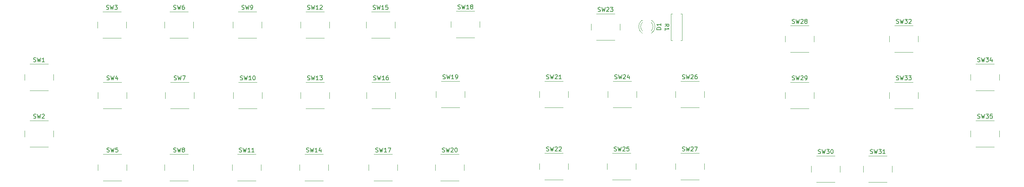
<source format=gbr>
G04 #@! TF.GenerationSoftware,KiCad,Pcbnew,(5.0.2)-1*
G04 #@! TF.CreationDate,2019-08-02T19:21:12-04:00*
G04 #@! TF.ProjectId,A-10C-UFC,412d3130-432d-4554-9643-2e6b69636164,1.2*
G04 #@! TF.SameCoordinates,Original*
G04 #@! TF.FileFunction,Legend,Top*
G04 #@! TF.FilePolarity,Positive*
%FSLAX46Y46*%
G04 Gerber Fmt 4.6, Leading zero omitted, Abs format (unit mm)*
G04 Created by KiCad (PCBNEW (5.0.2)-1) date 8/2/2019 7:21:12 PM*
%MOMM*%
%LPD*%
G01*
G04 APERTURE LIST*
%ADD10C,0.120000*%
%ADD11C,0.150000*%
G04 APERTURE END LIST*
D10*
G04 #@! TO.C,SW24*
X219729000Y-88471000D02*
X219729000Y-86971000D01*
X218479000Y-84471000D02*
X213979000Y-84471000D01*
X212729000Y-86971000D02*
X212729000Y-88471000D01*
X213979000Y-90971000D02*
X218479000Y-90971000D01*
G04 #@! TO.C,SW22*
X197342000Y-108624000D02*
X201842000Y-108624000D01*
X196092000Y-104624000D02*
X196092000Y-106124000D01*
X201842000Y-102124000D02*
X197342000Y-102124000D01*
X203092000Y-106124000D02*
X203092000Y-104624000D01*
G04 #@! TO.C,SW12*
X144799000Y-71453000D02*
X144799000Y-69953000D01*
X143549000Y-67453000D02*
X139049000Y-67453000D01*
X137799000Y-69953000D02*
X137799000Y-71453000D01*
X139049000Y-73953000D02*
X143549000Y-73953000D01*
G04 #@! TO.C,SW25*
X219602000Y-106124000D02*
X219602000Y-104624000D01*
X218352000Y-102124000D02*
X213852000Y-102124000D01*
X212602000Y-104624000D02*
X212602000Y-106124000D01*
X213852000Y-108624000D02*
X218352000Y-108624000D01*
G04 #@! TO.C,SW31*
X276336000Y-109259000D02*
X280836000Y-109259000D01*
X275086000Y-105259000D02*
X275086000Y-106759000D01*
X280836000Y-102759000D02*
X276336000Y-102759000D01*
X282086000Y-106759000D02*
X282086000Y-105259000D01*
G04 #@! TO.C,SW23*
X215665000Y-71961000D02*
X215665000Y-70461000D01*
X214415000Y-67961000D02*
X209915000Y-67961000D01*
X208665000Y-70461000D02*
X208665000Y-71961000D01*
X209915000Y-74461000D02*
X214415000Y-74461000D01*
G04 #@! TO.C,SW32*
X282686000Y-77382000D02*
X287186000Y-77382000D01*
X281436000Y-73382000D02*
X281436000Y-74882000D01*
X287186000Y-70882000D02*
X282686000Y-70882000D01*
X288436000Y-74882000D02*
X288436000Y-73382000D01*
G04 #@! TO.C,SW14*
X144545000Y-106378000D02*
X144545000Y-104878000D01*
X143295000Y-102378000D02*
X138795000Y-102378000D01*
X137545000Y-104878000D02*
X137545000Y-106378000D01*
X138795000Y-108878000D02*
X143295000Y-108878000D01*
G04 #@! TO.C,SW16*
X160928000Y-88725000D02*
X160928000Y-87225000D01*
X159678000Y-84725000D02*
X155178000Y-84725000D01*
X153928000Y-87225000D02*
X153928000Y-88725000D01*
X155178000Y-91225000D02*
X159678000Y-91225000D01*
G04 #@! TO.C,SW2*
X77489000Y-98123000D02*
X77489000Y-96623000D01*
X76239000Y-94123000D02*
X71739000Y-94123000D01*
X70489000Y-96623000D02*
X70489000Y-98123000D01*
X71739000Y-100623000D02*
X76239000Y-100623000D01*
G04 #@! TO.C,SW35*
X308248000Y-98123000D02*
X308248000Y-96623000D01*
X306998000Y-94123000D02*
X302498000Y-94123000D01*
X301248000Y-96623000D02*
X301248000Y-98123000D01*
X302498000Y-100623000D02*
X306998000Y-100623000D01*
G04 #@! TO.C,SW17*
X155686000Y-108878000D02*
X160186000Y-108878000D01*
X154436000Y-104878000D02*
X154436000Y-106378000D01*
X160186000Y-102378000D02*
X155686000Y-102378000D01*
X161436000Y-106378000D02*
X161436000Y-104878000D01*
G04 #@! TO.C,SW15*
X160801000Y-71453000D02*
X160801000Y-69953000D01*
X159551000Y-67453000D02*
X155051000Y-67453000D01*
X153801000Y-69953000D02*
X153801000Y-71453000D01*
X155051000Y-73953000D02*
X159551000Y-73953000D01*
G04 #@! TO.C,SW8*
X105902000Y-108878000D02*
X110402000Y-108878000D01*
X104652000Y-104878000D02*
X104652000Y-106378000D01*
X110402000Y-102378000D02*
X105902000Y-102378000D01*
X111652000Y-106378000D02*
X111652000Y-104878000D01*
G04 #@! TO.C,SW29*
X257286000Y-91225000D02*
X261786000Y-91225000D01*
X256036000Y-87225000D02*
X256036000Y-88725000D01*
X261786000Y-84725000D02*
X257286000Y-84725000D01*
X263036000Y-88725000D02*
X263036000Y-87225000D01*
G04 #@! TO.C,SW11*
X128162000Y-106378000D02*
X128162000Y-104878000D01*
X126912000Y-102378000D02*
X122412000Y-102378000D01*
X121162000Y-104878000D02*
X121162000Y-106378000D01*
X122412000Y-108878000D02*
X126912000Y-108878000D01*
G04 #@! TO.C,SW3*
X95269000Y-71453000D02*
X95269000Y-69953000D01*
X94019000Y-67453000D02*
X89519000Y-67453000D01*
X88269000Y-69953000D02*
X88269000Y-71453000D01*
X89519000Y-73953000D02*
X94019000Y-73953000D01*
G04 #@! TO.C,SW6*
X105902000Y-73953000D02*
X110402000Y-73953000D01*
X104652000Y-69953000D02*
X104652000Y-71453000D01*
X110402000Y-67453000D02*
X105902000Y-67453000D01*
X111652000Y-71453000D02*
X111652000Y-69953000D01*
G04 #@! TO.C,SW18*
X175752000Y-73826000D02*
X180252000Y-73826000D01*
X174502000Y-69826000D02*
X174502000Y-71326000D01*
X180252000Y-67326000D02*
X175752000Y-67326000D01*
X181502000Y-71326000D02*
X181502000Y-69826000D01*
G04 #@! TO.C,D1*
X223328608Y-72792335D02*
G75*
G03X223485516Y-69560000I-1078608J1672335D01*
G01*
X221171392Y-72792335D02*
G75*
G02X221014484Y-69560000I1078608J1672335D01*
G01*
X223329837Y-72161130D02*
G75*
G03X223330000Y-70079039I-1079837J1041130D01*
G01*
X221170163Y-72161130D02*
G75*
G02X221170000Y-70079039I1079837J1041130D01*
G01*
X223486000Y-69560000D02*
X223330000Y-69560000D01*
X221170000Y-69560000D02*
X221014000Y-69560000D01*
G04 #@! TO.C,SW19*
X172069000Y-90971000D02*
X176569000Y-90971000D01*
X170819000Y-86971000D02*
X170819000Y-88471000D01*
X176569000Y-84471000D02*
X172069000Y-84471000D01*
X177819000Y-88471000D02*
X177819000Y-86971000D01*
G04 #@! TO.C,SW33*
X282686000Y-91225000D02*
X287186000Y-91225000D01*
X281436000Y-87225000D02*
X281436000Y-88725000D01*
X287186000Y-84725000D02*
X282686000Y-84725000D01*
X288436000Y-88725000D02*
X288436000Y-87225000D01*
G04 #@! TO.C,SW20*
X171942000Y-108878000D02*
X176442000Y-108878000D01*
X170692000Y-104878000D02*
X170692000Y-106378000D01*
X176442000Y-102378000D02*
X171942000Y-102378000D01*
X177692000Y-106378000D02*
X177692000Y-104878000D01*
G04 #@! TO.C,SW7*
X106029000Y-91225000D02*
X110529000Y-91225000D01*
X104779000Y-87225000D02*
X104779000Y-88725000D01*
X110529000Y-84725000D02*
X106029000Y-84725000D01*
X111779000Y-88725000D02*
X111779000Y-87225000D01*
G04 #@! TO.C,SW30*
X263636000Y-109259000D02*
X268136000Y-109259000D01*
X262386000Y-105259000D02*
X262386000Y-106759000D01*
X268136000Y-102759000D02*
X263636000Y-102759000D01*
X269386000Y-106759000D02*
X269386000Y-105259000D01*
G04 #@! TO.C,SW13*
X144799000Y-88725000D02*
X144799000Y-87225000D01*
X143549000Y-84725000D02*
X139049000Y-84725000D01*
X137799000Y-87225000D02*
X137799000Y-88725000D01*
X139049000Y-91225000D02*
X143549000Y-91225000D01*
G04 #@! TO.C,SW10*
X122666000Y-91225000D02*
X127166000Y-91225000D01*
X121416000Y-87225000D02*
X121416000Y-88725000D01*
X127166000Y-84725000D02*
X122666000Y-84725000D01*
X128416000Y-88725000D02*
X128416000Y-87225000D01*
G04 #@! TO.C,SW27*
X236239000Y-106124000D02*
X236239000Y-104624000D01*
X234989000Y-102124000D02*
X230489000Y-102124000D01*
X229239000Y-104624000D02*
X229239000Y-106124000D01*
X230489000Y-108624000D02*
X234989000Y-108624000D01*
G04 #@! TO.C,SW9*
X122539000Y-73953000D02*
X127039000Y-73953000D01*
X121289000Y-69953000D02*
X121289000Y-71453000D01*
X127039000Y-67453000D02*
X122539000Y-67453000D01*
X128289000Y-71453000D02*
X128289000Y-69953000D01*
G04 #@! TO.C,SW34*
X308248000Y-84280000D02*
X308248000Y-82780000D01*
X306998000Y-80280000D02*
X302498000Y-80280000D01*
X301248000Y-82780000D02*
X301248000Y-84280000D01*
X302498000Y-86780000D02*
X306998000Y-86780000D01*
G04 #@! TO.C,R1*
X228449000Y-74517000D02*
X228119000Y-74517000D01*
X228119000Y-74517000D02*
X228119000Y-67977000D01*
X228119000Y-67977000D02*
X228449000Y-67977000D01*
X230529000Y-74517000D02*
X230859000Y-74517000D01*
X230859000Y-74517000D02*
X230859000Y-67977000D01*
X230859000Y-67977000D02*
X230529000Y-67977000D01*
G04 #@! TO.C,SW5*
X89646000Y-108878000D02*
X94146000Y-108878000D01*
X88396000Y-104878000D02*
X88396000Y-106378000D01*
X94146000Y-102378000D02*
X89646000Y-102378000D01*
X95396000Y-106378000D02*
X95396000Y-104878000D01*
G04 #@! TO.C,SW28*
X257286000Y-77382000D02*
X261786000Y-77382000D01*
X256036000Y-73382000D02*
X256036000Y-74882000D01*
X261786000Y-70882000D02*
X257286000Y-70882000D01*
X263036000Y-74882000D02*
X263036000Y-73382000D01*
G04 #@! TO.C,SW21*
X197342000Y-90971000D02*
X201842000Y-90971000D01*
X196092000Y-86971000D02*
X196092000Y-88471000D01*
X201842000Y-84471000D02*
X197342000Y-84471000D01*
X203092000Y-88471000D02*
X203092000Y-86971000D01*
G04 #@! TO.C,SW1*
X77489000Y-84280000D02*
X77489000Y-82780000D01*
X76239000Y-80280000D02*
X71739000Y-80280000D01*
X70489000Y-82780000D02*
X70489000Y-84280000D01*
X71739000Y-86780000D02*
X76239000Y-86780000D01*
G04 #@! TO.C,SW4*
X95396000Y-88725000D02*
X95396000Y-87225000D01*
X94146000Y-84725000D02*
X89646000Y-84725000D01*
X88396000Y-87225000D02*
X88396000Y-88725000D01*
X89646000Y-91225000D02*
X94146000Y-91225000D01*
G04 #@! TO.C,SW26*
X236239000Y-88471000D02*
X236239000Y-86971000D01*
X234989000Y-84471000D02*
X230489000Y-84471000D01*
X229239000Y-86971000D02*
X229239000Y-88471000D01*
X230489000Y-90971000D02*
X234989000Y-90971000D01*
G04 #@! TO.C,SW24*
D11*
X214419476Y-83875761D02*
X214562333Y-83923380D01*
X214800428Y-83923380D01*
X214895666Y-83875761D01*
X214943285Y-83828142D01*
X214990904Y-83732904D01*
X214990904Y-83637666D01*
X214943285Y-83542428D01*
X214895666Y-83494809D01*
X214800428Y-83447190D01*
X214609952Y-83399571D01*
X214514714Y-83351952D01*
X214467095Y-83304333D01*
X214419476Y-83209095D01*
X214419476Y-83113857D01*
X214467095Y-83018619D01*
X214514714Y-82971000D01*
X214609952Y-82923380D01*
X214848047Y-82923380D01*
X214990904Y-82971000D01*
X215324238Y-82923380D02*
X215562333Y-83923380D01*
X215752809Y-83209095D01*
X215943285Y-83923380D01*
X216181380Y-82923380D01*
X216514714Y-83018619D02*
X216562333Y-82971000D01*
X216657571Y-82923380D01*
X216895666Y-82923380D01*
X216990904Y-82971000D01*
X217038523Y-83018619D01*
X217086142Y-83113857D01*
X217086142Y-83209095D01*
X217038523Y-83351952D01*
X216467095Y-83923380D01*
X217086142Y-83923380D01*
X217943285Y-83256714D02*
X217943285Y-83923380D01*
X217705190Y-82875761D02*
X217467095Y-83590047D01*
X218086142Y-83590047D01*
G04 #@! TO.C,SW22*
X197782476Y-101528761D02*
X197925333Y-101576380D01*
X198163428Y-101576380D01*
X198258666Y-101528761D01*
X198306285Y-101481142D01*
X198353904Y-101385904D01*
X198353904Y-101290666D01*
X198306285Y-101195428D01*
X198258666Y-101147809D01*
X198163428Y-101100190D01*
X197972952Y-101052571D01*
X197877714Y-101004952D01*
X197830095Y-100957333D01*
X197782476Y-100862095D01*
X197782476Y-100766857D01*
X197830095Y-100671619D01*
X197877714Y-100624000D01*
X197972952Y-100576380D01*
X198211047Y-100576380D01*
X198353904Y-100624000D01*
X198687238Y-100576380D02*
X198925333Y-101576380D01*
X199115809Y-100862095D01*
X199306285Y-101576380D01*
X199544380Y-100576380D01*
X199877714Y-100671619D02*
X199925333Y-100624000D01*
X200020571Y-100576380D01*
X200258666Y-100576380D01*
X200353904Y-100624000D01*
X200401523Y-100671619D01*
X200449142Y-100766857D01*
X200449142Y-100862095D01*
X200401523Y-101004952D01*
X199830095Y-101576380D01*
X200449142Y-101576380D01*
X200830095Y-100671619D02*
X200877714Y-100624000D01*
X200972952Y-100576380D01*
X201211047Y-100576380D01*
X201306285Y-100624000D01*
X201353904Y-100671619D01*
X201401523Y-100766857D01*
X201401523Y-100862095D01*
X201353904Y-101004952D01*
X200782476Y-101576380D01*
X201401523Y-101576380D01*
G04 #@! TO.C,SW12*
X139489476Y-66857761D02*
X139632333Y-66905380D01*
X139870428Y-66905380D01*
X139965666Y-66857761D01*
X140013285Y-66810142D01*
X140060904Y-66714904D01*
X140060904Y-66619666D01*
X140013285Y-66524428D01*
X139965666Y-66476809D01*
X139870428Y-66429190D01*
X139679952Y-66381571D01*
X139584714Y-66333952D01*
X139537095Y-66286333D01*
X139489476Y-66191095D01*
X139489476Y-66095857D01*
X139537095Y-66000619D01*
X139584714Y-65953000D01*
X139679952Y-65905380D01*
X139918047Y-65905380D01*
X140060904Y-65953000D01*
X140394238Y-65905380D02*
X140632333Y-66905380D01*
X140822809Y-66191095D01*
X141013285Y-66905380D01*
X141251380Y-65905380D01*
X142156142Y-66905380D02*
X141584714Y-66905380D01*
X141870428Y-66905380D02*
X141870428Y-65905380D01*
X141775190Y-66048238D01*
X141679952Y-66143476D01*
X141584714Y-66191095D01*
X142537095Y-66000619D02*
X142584714Y-65953000D01*
X142679952Y-65905380D01*
X142918047Y-65905380D01*
X143013285Y-65953000D01*
X143060904Y-66000619D01*
X143108523Y-66095857D01*
X143108523Y-66191095D01*
X143060904Y-66333952D01*
X142489476Y-66905380D01*
X143108523Y-66905380D01*
G04 #@! TO.C,SW25*
X214292476Y-101528761D02*
X214435333Y-101576380D01*
X214673428Y-101576380D01*
X214768666Y-101528761D01*
X214816285Y-101481142D01*
X214863904Y-101385904D01*
X214863904Y-101290666D01*
X214816285Y-101195428D01*
X214768666Y-101147809D01*
X214673428Y-101100190D01*
X214482952Y-101052571D01*
X214387714Y-101004952D01*
X214340095Y-100957333D01*
X214292476Y-100862095D01*
X214292476Y-100766857D01*
X214340095Y-100671619D01*
X214387714Y-100624000D01*
X214482952Y-100576380D01*
X214721047Y-100576380D01*
X214863904Y-100624000D01*
X215197238Y-100576380D02*
X215435333Y-101576380D01*
X215625809Y-100862095D01*
X215816285Y-101576380D01*
X216054380Y-100576380D01*
X216387714Y-100671619D02*
X216435333Y-100624000D01*
X216530571Y-100576380D01*
X216768666Y-100576380D01*
X216863904Y-100624000D01*
X216911523Y-100671619D01*
X216959142Y-100766857D01*
X216959142Y-100862095D01*
X216911523Y-101004952D01*
X216340095Y-101576380D01*
X216959142Y-101576380D01*
X217863904Y-100576380D02*
X217387714Y-100576380D01*
X217340095Y-101052571D01*
X217387714Y-101004952D01*
X217482952Y-100957333D01*
X217721047Y-100957333D01*
X217816285Y-101004952D01*
X217863904Y-101052571D01*
X217911523Y-101147809D01*
X217911523Y-101385904D01*
X217863904Y-101481142D01*
X217816285Y-101528761D01*
X217721047Y-101576380D01*
X217482952Y-101576380D01*
X217387714Y-101528761D01*
X217340095Y-101481142D01*
G04 #@! TO.C,SW31*
X276776476Y-102163761D02*
X276919333Y-102211380D01*
X277157428Y-102211380D01*
X277252666Y-102163761D01*
X277300285Y-102116142D01*
X277347904Y-102020904D01*
X277347904Y-101925666D01*
X277300285Y-101830428D01*
X277252666Y-101782809D01*
X277157428Y-101735190D01*
X276966952Y-101687571D01*
X276871714Y-101639952D01*
X276824095Y-101592333D01*
X276776476Y-101497095D01*
X276776476Y-101401857D01*
X276824095Y-101306619D01*
X276871714Y-101259000D01*
X276966952Y-101211380D01*
X277205047Y-101211380D01*
X277347904Y-101259000D01*
X277681238Y-101211380D02*
X277919333Y-102211380D01*
X278109809Y-101497095D01*
X278300285Y-102211380D01*
X278538380Y-101211380D01*
X278824095Y-101211380D02*
X279443142Y-101211380D01*
X279109809Y-101592333D01*
X279252666Y-101592333D01*
X279347904Y-101639952D01*
X279395523Y-101687571D01*
X279443142Y-101782809D01*
X279443142Y-102020904D01*
X279395523Y-102116142D01*
X279347904Y-102163761D01*
X279252666Y-102211380D01*
X278966952Y-102211380D01*
X278871714Y-102163761D01*
X278824095Y-102116142D01*
X280395523Y-102211380D02*
X279824095Y-102211380D01*
X280109809Y-102211380D02*
X280109809Y-101211380D01*
X280014571Y-101354238D01*
X279919333Y-101449476D01*
X279824095Y-101497095D01*
G04 #@! TO.C,SW23*
X210355476Y-67365761D02*
X210498333Y-67413380D01*
X210736428Y-67413380D01*
X210831666Y-67365761D01*
X210879285Y-67318142D01*
X210926904Y-67222904D01*
X210926904Y-67127666D01*
X210879285Y-67032428D01*
X210831666Y-66984809D01*
X210736428Y-66937190D01*
X210545952Y-66889571D01*
X210450714Y-66841952D01*
X210403095Y-66794333D01*
X210355476Y-66699095D01*
X210355476Y-66603857D01*
X210403095Y-66508619D01*
X210450714Y-66461000D01*
X210545952Y-66413380D01*
X210784047Y-66413380D01*
X210926904Y-66461000D01*
X211260238Y-66413380D02*
X211498333Y-67413380D01*
X211688809Y-66699095D01*
X211879285Y-67413380D01*
X212117380Y-66413380D01*
X212450714Y-66508619D02*
X212498333Y-66461000D01*
X212593571Y-66413380D01*
X212831666Y-66413380D01*
X212926904Y-66461000D01*
X212974523Y-66508619D01*
X213022142Y-66603857D01*
X213022142Y-66699095D01*
X212974523Y-66841952D01*
X212403095Y-67413380D01*
X213022142Y-67413380D01*
X213355476Y-66413380D02*
X213974523Y-66413380D01*
X213641190Y-66794333D01*
X213784047Y-66794333D01*
X213879285Y-66841952D01*
X213926904Y-66889571D01*
X213974523Y-66984809D01*
X213974523Y-67222904D01*
X213926904Y-67318142D01*
X213879285Y-67365761D01*
X213784047Y-67413380D01*
X213498333Y-67413380D01*
X213403095Y-67365761D01*
X213355476Y-67318142D01*
G04 #@! TO.C,SW32*
X283126476Y-70286761D02*
X283269333Y-70334380D01*
X283507428Y-70334380D01*
X283602666Y-70286761D01*
X283650285Y-70239142D01*
X283697904Y-70143904D01*
X283697904Y-70048666D01*
X283650285Y-69953428D01*
X283602666Y-69905809D01*
X283507428Y-69858190D01*
X283316952Y-69810571D01*
X283221714Y-69762952D01*
X283174095Y-69715333D01*
X283126476Y-69620095D01*
X283126476Y-69524857D01*
X283174095Y-69429619D01*
X283221714Y-69382000D01*
X283316952Y-69334380D01*
X283555047Y-69334380D01*
X283697904Y-69382000D01*
X284031238Y-69334380D02*
X284269333Y-70334380D01*
X284459809Y-69620095D01*
X284650285Y-70334380D01*
X284888380Y-69334380D01*
X285174095Y-69334380D02*
X285793142Y-69334380D01*
X285459809Y-69715333D01*
X285602666Y-69715333D01*
X285697904Y-69762952D01*
X285745523Y-69810571D01*
X285793142Y-69905809D01*
X285793142Y-70143904D01*
X285745523Y-70239142D01*
X285697904Y-70286761D01*
X285602666Y-70334380D01*
X285316952Y-70334380D01*
X285221714Y-70286761D01*
X285174095Y-70239142D01*
X286174095Y-69429619D02*
X286221714Y-69382000D01*
X286316952Y-69334380D01*
X286555047Y-69334380D01*
X286650285Y-69382000D01*
X286697904Y-69429619D01*
X286745523Y-69524857D01*
X286745523Y-69620095D01*
X286697904Y-69762952D01*
X286126476Y-70334380D01*
X286745523Y-70334380D01*
G04 #@! TO.C,SW14*
X139235476Y-101782761D02*
X139378333Y-101830380D01*
X139616428Y-101830380D01*
X139711666Y-101782761D01*
X139759285Y-101735142D01*
X139806904Y-101639904D01*
X139806904Y-101544666D01*
X139759285Y-101449428D01*
X139711666Y-101401809D01*
X139616428Y-101354190D01*
X139425952Y-101306571D01*
X139330714Y-101258952D01*
X139283095Y-101211333D01*
X139235476Y-101116095D01*
X139235476Y-101020857D01*
X139283095Y-100925619D01*
X139330714Y-100878000D01*
X139425952Y-100830380D01*
X139664047Y-100830380D01*
X139806904Y-100878000D01*
X140140238Y-100830380D02*
X140378333Y-101830380D01*
X140568809Y-101116095D01*
X140759285Y-101830380D01*
X140997380Y-100830380D01*
X141902142Y-101830380D02*
X141330714Y-101830380D01*
X141616428Y-101830380D02*
X141616428Y-100830380D01*
X141521190Y-100973238D01*
X141425952Y-101068476D01*
X141330714Y-101116095D01*
X142759285Y-101163714D02*
X142759285Y-101830380D01*
X142521190Y-100782761D02*
X142283095Y-101497047D01*
X142902142Y-101497047D01*
G04 #@! TO.C,SW16*
X155618476Y-84129761D02*
X155761333Y-84177380D01*
X155999428Y-84177380D01*
X156094666Y-84129761D01*
X156142285Y-84082142D01*
X156189904Y-83986904D01*
X156189904Y-83891666D01*
X156142285Y-83796428D01*
X156094666Y-83748809D01*
X155999428Y-83701190D01*
X155808952Y-83653571D01*
X155713714Y-83605952D01*
X155666095Y-83558333D01*
X155618476Y-83463095D01*
X155618476Y-83367857D01*
X155666095Y-83272619D01*
X155713714Y-83225000D01*
X155808952Y-83177380D01*
X156047047Y-83177380D01*
X156189904Y-83225000D01*
X156523238Y-83177380D02*
X156761333Y-84177380D01*
X156951809Y-83463095D01*
X157142285Y-84177380D01*
X157380380Y-83177380D01*
X158285142Y-84177380D02*
X157713714Y-84177380D01*
X157999428Y-84177380D02*
X157999428Y-83177380D01*
X157904190Y-83320238D01*
X157808952Y-83415476D01*
X157713714Y-83463095D01*
X159142285Y-83177380D02*
X158951809Y-83177380D01*
X158856571Y-83225000D01*
X158808952Y-83272619D01*
X158713714Y-83415476D01*
X158666095Y-83605952D01*
X158666095Y-83986904D01*
X158713714Y-84082142D01*
X158761333Y-84129761D01*
X158856571Y-84177380D01*
X159047047Y-84177380D01*
X159142285Y-84129761D01*
X159189904Y-84082142D01*
X159237523Y-83986904D01*
X159237523Y-83748809D01*
X159189904Y-83653571D01*
X159142285Y-83605952D01*
X159047047Y-83558333D01*
X158856571Y-83558333D01*
X158761333Y-83605952D01*
X158713714Y-83653571D01*
X158666095Y-83748809D01*
G04 #@! TO.C,SW2*
X72655666Y-93527761D02*
X72798523Y-93575380D01*
X73036619Y-93575380D01*
X73131857Y-93527761D01*
X73179476Y-93480142D01*
X73227095Y-93384904D01*
X73227095Y-93289666D01*
X73179476Y-93194428D01*
X73131857Y-93146809D01*
X73036619Y-93099190D01*
X72846142Y-93051571D01*
X72750904Y-93003952D01*
X72703285Y-92956333D01*
X72655666Y-92861095D01*
X72655666Y-92765857D01*
X72703285Y-92670619D01*
X72750904Y-92623000D01*
X72846142Y-92575380D01*
X73084238Y-92575380D01*
X73227095Y-92623000D01*
X73560428Y-92575380D02*
X73798523Y-93575380D01*
X73989000Y-92861095D01*
X74179476Y-93575380D01*
X74417571Y-92575380D01*
X74750904Y-92670619D02*
X74798523Y-92623000D01*
X74893761Y-92575380D01*
X75131857Y-92575380D01*
X75227095Y-92623000D01*
X75274714Y-92670619D01*
X75322333Y-92765857D01*
X75322333Y-92861095D01*
X75274714Y-93003952D01*
X74703285Y-93575380D01*
X75322333Y-93575380D01*
G04 #@! TO.C,SW35*
X302938476Y-93527761D02*
X303081333Y-93575380D01*
X303319428Y-93575380D01*
X303414666Y-93527761D01*
X303462285Y-93480142D01*
X303509904Y-93384904D01*
X303509904Y-93289666D01*
X303462285Y-93194428D01*
X303414666Y-93146809D01*
X303319428Y-93099190D01*
X303128952Y-93051571D01*
X303033714Y-93003952D01*
X302986095Y-92956333D01*
X302938476Y-92861095D01*
X302938476Y-92765857D01*
X302986095Y-92670619D01*
X303033714Y-92623000D01*
X303128952Y-92575380D01*
X303367047Y-92575380D01*
X303509904Y-92623000D01*
X303843238Y-92575380D02*
X304081333Y-93575380D01*
X304271809Y-92861095D01*
X304462285Y-93575380D01*
X304700380Y-92575380D01*
X304986095Y-92575380D02*
X305605142Y-92575380D01*
X305271809Y-92956333D01*
X305414666Y-92956333D01*
X305509904Y-93003952D01*
X305557523Y-93051571D01*
X305605142Y-93146809D01*
X305605142Y-93384904D01*
X305557523Y-93480142D01*
X305509904Y-93527761D01*
X305414666Y-93575380D01*
X305128952Y-93575380D01*
X305033714Y-93527761D01*
X304986095Y-93480142D01*
X306509904Y-92575380D02*
X306033714Y-92575380D01*
X305986095Y-93051571D01*
X306033714Y-93003952D01*
X306128952Y-92956333D01*
X306367047Y-92956333D01*
X306462285Y-93003952D01*
X306509904Y-93051571D01*
X306557523Y-93146809D01*
X306557523Y-93384904D01*
X306509904Y-93480142D01*
X306462285Y-93527761D01*
X306367047Y-93575380D01*
X306128952Y-93575380D01*
X306033714Y-93527761D01*
X305986095Y-93480142D01*
G04 #@! TO.C,SW17*
X156126476Y-101782761D02*
X156269333Y-101830380D01*
X156507428Y-101830380D01*
X156602666Y-101782761D01*
X156650285Y-101735142D01*
X156697904Y-101639904D01*
X156697904Y-101544666D01*
X156650285Y-101449428D01*
X156602666Y-101401809D01*
X156507428Y-101354190D01*
X156316952Y-101306571D01*
X156221714Y-101258952D01*
X156174095Y-101211333D01*
X156126476Y-101116095D01*
X156126476Y-101020857D01*
X156174095Y-100925619D01*
X156221714Y-100878000D01*
X156316952Y-100830380D01*
X156555047Y-100830380D01*
X156697904Y-100878000D01*
X157031238Y-100830380D02*
X157269333Y-101830380D01*
X157459809Y-101116095D01*
X157650285Y-101830380D01*
X157888380Y-100830380D01*
X158793142Y-101830380D02*
X158221714Y-101830380D01*
X158507428Y-101830380D02*
X158507428Y-100830380D01*
X158412190Y-100973238D01*
X158316952Y-101068476D01*
X158221714Y-101116095D01*
X159126476Y-100830380D02*
X159793142Y-100830380D01*
X159364571Y-101830380D01*
G04 #@! TO.C,SW15*
X155491476Y-66857761D02*
X155634333Y-66905380D01*
X155872428Y-66905380D01*
X155967666Y-66857761D01*
X156015285Y-66810142D01*
X156062904Y-66714904D01*
X156062904Y-66619666D01*
X156015285Y-66524428D01*
X155967666Y-66476809D01*
X155872428Y-66429190D01*
X155681952Y-66381571D01*
X155586714Y-66333952D01*
X155539095Y-66286333D01*
X155491476Y-66191095D01*
X155491476Y-66095857D01*
X155539095Y-66000619D01*
X155586714Y-65953000D01*
X155681952Y-65905380D01*
X155920047Y-65905380D01*
X156062904Y-65953000D01*
X156396238Y-65905380D02*
X156634333Y-66905380D01*
X156824809Y-66191095D01*
X157015285Y-66905380D01*
X157253380Y-65905380D01*
X158158142Y-66905380D02*
X157586714Y-66905380D01*
X157872428Y-66905380D02*
X157872428Y-65905380D01*
X157777190Y-66048238D01*
X157681952Y-66143476D01*
X157586714Y-66191095D01*
X159062904Y-65905380D02*
X158586714Y-65905380D01*
X158539095Y-66381571D01*
X158586714Y-66333952D01*
X158681952Y-66286333D01*
X158920047Y-66286333D01*
X159015285Y-66333952D01*
X159062904Y-66381571D01*
X159110523Y-66476809D01*
X159110523Y-66714904D01*
X159062904Y-66810142D01*
X159015285Y-66857761D01*
X158920047Y-66905380D01*
X158681952Y-66905380D01*
X158586714Y-66857761D01*
X158539095Y-66810142D01*
G04 #@! TO.C,SW8*
X106818666Y-101782761D02*
X106961523Y-101830380D01*
X107199619Y-101830380D01*
X107294857Y-101782761D01*
X107342476Y-101735142D01*
X107390095Y-101639904D01*
X107390095Y-101544666D01*
X107342476Y-101449428D01*
X107294857Y-101401809D01*
X107199619Y-101354190D01*
X107009142Y-101306571D01*
X106913904Y-101258952D01*
X106866285Y-101211333D01*
X106818666Y-101116095D01*
X106818666Y-101020857D01*
X106866285Y-100925619D01*
X106913904Y-100878000D01*
X107009142Y-100830380D01*
X107247238Y-100830380D01*
X107390095Y-100878000D01*
X107723428Y-100830380D02*
X107961523Y-101830380D01*
X108152000Y-101116095D01*
X108342476Y-101830380D01*
X108580571Y-100830380D01*
X109104380Y-101258952D02*
X109009142Y-101211333D01*
X108961523Y-101163714D01*
X108913904Y-101068476D01*
X108913904Y-101020857D01*
X108961523Y-100925619D01*
X109009142Y-100878000D01*
X109104380Y-100830380D01*
X109294857Y-100830380D01*
X109390095Y-100878000D01*
X109437714Y-100925619D01*
X109485333Y-101020857D01*
X109485333Y-101068476D01*
X109437714Y-101163714D01*
X109390095Y-101211333D01*
X109294857Y-101258952D01*
X109104380Y-101258952D01*
X109009142Y-101306571D01*
X108961523Y-101354190D01*
X108913904Y-101449428D01*
X108913904Y-101639904D01*
X108961523Y-101735142D01*
X109009142Y-101782761D01*
X109104380Y-101830380D01*
X109294857Y-101830380D01*
X109390095Y-101782761D01*
X109437714Y-101735142D01*
X109485333Y-101639904D01*
X109485333Y-101449428D01*
X109437714Y-101354190D01*
X109390095Y-101306571D01*
X109294857Y-101258952D01*
G04 #@! TO.C,SW29*
X257726476Y-84129761D02*
X257869333Y-84177380D01*
X258107428Y-84177380D01*
X258202666Y-84129761D01*
X258250285Y-84082142D01*
X258297904Y-83986904D01*
X258297904Y-83891666D01*
X258250285Y-83796428D01*
X258202666Y-83748809D01*
X258107428Y-83701190D01*
X257916952Y-83653571D01*
X257821714Y-83605952D01*
X257774095Y-83558333D01*
X257726476Y-83463095D01*
X257726476Y-83367857D01*
X257774095Y-83272619D01*
X257821714Y-83225000D01*
X257916952Y-83177380D01*
X258155047Y-83177380D01*
X258297904Y-83225000D01*
X258631238Y-83177380D02*
X258869333Y-84177380D01*
X259059809Y-83463095D01*
X259250285Y-84177380D01*
X259488380Y-83177380D01*
X259821714Y-83272619D02*
X259869333Y-83225000D01*
X259964571Y-83177380D01*
X260202666Y-83177380D01*
X260297904Y-83225000D01*
X260345523Y-83272619D01*
X260393142Y-83367857D01*
X260393142Y-83463095D01*
X260345523Y-83605952D01*
X259774095Y-84177380D01*
X260393142Y-84177380D01*
X260869333Y-84177380D02*
X261059809Y-84177380D01*
X261155047Y-84129761D01*
X261202666Y-84082142D01*
X261297904Y-83939285D01*
X261345523Y-83748809D01*
X261345523Y-83367857D01*
X261297904Y-83272619D01*
X261250285Y-83225000D01*
X261155047Y-83177380D01*
X260964571Y-83177380D01*
X260869333Y-83225000D01*
X260821714Y-83272619D01*
X260774095Y-83367857D01*
X260774095Y-83605952D01*
X260821714Y-83701190D01*
X260869333Y-83748809D01*
X260964571Y-83796428D01*
X261155047Y-83796428D01*
X261250285Y-83748809D01*
X261297904Y-83701190D01*
X261345523Y-83605952D01*
G04 #@! TO.C,SW11*
X122852476Y-101782761D02*
X122995333Y-101830380D01*
X123233428Y-101830380D01*
X123328666Y-101782761D01*
X123376285Y-101735142D01*
X123423904Y-101639904D01*
X123423904Y-101544666D01*
X123376285Y-101449428D01*
X123328666Y-101401809D01*
X123233428Y-101354190D01*
X123042952Y-101306571D01*
X122947714Y-101258952D01*
X122900095Y-101211333D01*
X122852476Y-101116095D01*
X122852476Y-101020857D01*
X122900095Y-100925619D01*
X122947714Y-100878000D01*
X123042952Y-100830380D01*
X123281047Y-100830380D01*
X123423904Y-100878000D01*
X123757238Y-100830380D02*
X123995333Y-101830380D01*
X124185809Y-101116095D01*
X124376285Y-101830380D01*
X124614380Y-100830380D01*
X125519142Y-101830380D02*
X124947714Y-101830380D01*
X125233428Y-101830380D02*
X125233428Y-100830380D01*
X125138190Y-100973238D01*
X125042952Y-101068476D01*
X124947714Y-101116095D01*
X126471523Y-101830380D02*
X125900095Y-101830380D01*
X126185809Y-101830380D02*
X126185809Y-100830380D01*
X126090571Y-100973238D01*
X125995333Y-101068476D01*
X125900095Y-101116095D01*
G04 #@! TO.C,SW3*
X90435666Y-66857761D02*
X90578523Y-66905380D01*
X90816619Y-66905380D01*
X90911857Y-66857761D01*
X90959476Y-66810142D01*
X91007095Y-66714904D01*
X91007095Y-66619666D01*
X90959476Y-66524428D01*
X90911857Y-66476809D01*
X90816619Y-66429190D01*
X90626142Y-66381571D01*
X90530904Y-66333952D01*
X90483285Y-66286333D01*
X90435666Y-66191095D01*
X90435666Y-66095857D01*
X90483285Y-66000619D01*
X90530904Y-65953000D01*
X90626142Y-65905380D01*
X90864238Y-65905380D01*
X91007095Y-65953000D01*
X91340428Y-65905380D02*
X91578523Y-66905380D01*
X91769000Y-66191095D01*
X91959476Y-66905380D01*
X92197571Y-65905380D01*
X92483285Y-65905380D02*
X93102333Y-65905380D01*
X92769000Y-66286333D01*
X92911857Y-66286333D01*
X93007095Y-66333952D01*
X93054714Y-66381571D01*
X93102333Y-66476809D01*
X93102333Y-66714904D01*
X93054714Y-66810142D01*
X93007095Y-66857761D01*
X92911857Y-66905380D01*
X92626142Y-66905380D01*
X92530904Y-66857761D01*
X92483285Y-66810142D01*
G04 #@! TO.C,SW6*
X106818666Y-66857761D02*
X106961523Y-66905380D01*
X107199619Y-66905380D01*
X107294857Y-66857761D01*
X107342476Y-66810142D01*
X107390095Y-66714904D01*
X107390095Y-66619666D01*
X107342476Y-66524428D01*
X107294857Y-66476809D01*
X107199619Y-66429190D01*
X107009142Y-66381571D01*
X106913904Y-66333952D01*
X106866285Y-66286333D01*
X106818666Y-66191095D01*
X106818666Y-66095857D01*
X106866285Y-66000619D01*
X106913904Y-65953000D01*
X107009142Y-65905380D01*
X107247238Y-65905380D01*
X107390095Y-65953000D01*
X107723428Y-65905380D02*
X107961523Y-66905380D01*
X108152000Y-66191095D01*
X108342476Y-66905380D01*
X108580571Y-65905380D01*
X109390095Y-65905380D02*
X109199619Y-65905380D01*
X109104380Y-65953000D01*
X109056761Y-66000619D01*
X108961523Y-66143476D01*
X108913904Y-66333952D01*
X108913904Y-66714904D01*
X108961523Y-66810142D01*
X109009142Y-66857761D01*
X109104380Y-66905380D01*
X109294857Y-66905380D01*
X109390095Y-66857761D01*
X109437714Y-66810142D01*
X109485333Y-66714904D01*
X109485333Y-66476809D01*
X109437714Y-66381571D01*
X109390095Y-66333952D01*
X109294857Y-66286333D01*
X109104380Y-66286333D01*
X109009142Y-66333952D01*
X108961523Y-66381571D01*
X108913904Y-66476809D01*
G04 #@! TO.C,SW18*
X176192476Y-66730761D02*
X176335333Y-66778380D01*
X176573428Y-66778380D01*
X176668666Y-66730761D01*
X176716285Y-66683142D01*
X176763904Y-66587904D01*
X176763904Y-66492666D01*
X176716285Y-66397428D01*
X176668666Y-66349809D01*
X176573428Y-66302190D01*
X176382952Y-66254571D01*
X176287714Y-66206952D01*
X176240095Y-66159333D01*
X176192476Y-66064095D01*
X176192476Y-65968857D01*
X176240095Y-65873619D01*
X176287714Y-65826000D01*
X176382952Y-65778380D01*
X176621047Y-65778380D01*
X176763904Y-65826000D01*
X177097238Y-65778380D02*
X177335333Y-66778380D01*
X177525809Y-66064095D01*
X177716285Y-66778380D01*
X177954380Y-65778380D01*
X178859142Y-66778380D02*
X178287714Y-66778380D01*
X178573428Y-66778380D02*
X178573428Y-65778380D01*
X178478190Y-65921238D01*
X178382952Y-66016476D01*
X178287714Y-66064095D01*
X179430571Y-66206952D02*
X179335333Y-66159333D01*
X179287714Y-66111714D01*
X179240095Y-66016476D01*
X179240095Y-65968857D01*
X179287714Y-65873619D01*
X179335333Y-65826000D01*
X179430571Y-65778380D01*
X179621047Y-65778380D01*
X179716285Y-65826000D01*
X179763904Y-65873619D01*
X179811523Y-65968857D01*
X179811523Y-66016476D01*
X179763904Y-66111714D01*
X179716285Y-66159333D01*
X179621047Y-66206952D01*
X179430571Y-66206952D01*
X179335333Y-66254571D01*
X179287714Y-66302190D01*
X179240095Y-66397428D01*
X179240095Y-66587904D01*
X179287714Y-66683142D01*
X179335333Y-66730761D01*
X179430571Y-66778380D01*
X179621047Y-66778380D01*
X179716285Y-66730761D01*
X179763904Y-66683142D01*
X179811523Y-66587904D01*
X179811523Y-66397428D01*
X179763904Y-66302190D01*
X179716285Y-66254571D01*
X179621047Y-66206952D01*
G04 #@! TO.C,D1*
X225662380Y-71858095D02*
X224662380Y-71858095D01*
X224662380Y-71620000D01*
X224710000Y-71477142D01*
X224805238Y-71381904D01*
X224900476Y-71334285D01*
X225090952Y-71286666D01*
X225233809Y-71286666D01*
X225424285Y-71334285D01*
X225519523Y-71381904D01*
X225614761Y-71477142D01*
X225662380Y-71620000D01*
X225662380Y-71858095D01*
X225662380Y-70334285D02*
X225662380Y-70905714D01*
X225662380Y-70620000D02*
X224662380Y-70620000D01*
X224805238Y-70715238D01*
X224900476Y-70810476D01*
X224948095Y-70905714D01*
G04 #@! TO.C,SW19*
X172509476Y-83875761D02*
X172652333Y-83923380D01*
X172890428Y-83923380D01*
X172985666Y-83875761D01*
X173033285Y-83828142D01*
X173080904Y-83732904D01*
X173080904Y-83637666D01*
X173033285Y-83542428D01*
X172985666Y-83494809D01*
X172890428Y-83447190D01*
X172699952Y-83399571D01*
X172604714Y-83351952D01*
X172557095Y-83304333D01*
X172509476Y-83209095D01*
X172509476Y-83113857D01*
X172557095Y-83018619D01*
X172604714Y-82971000D01*
X172699952Y-82923380D01*
X172938047Y-82923380D01*
X173080904Y-82971000D01*
X173414238Y-82923380D02*
X173652333Y-83923380D01*
X173842809Y-83209095D01*
X174033285Y-83923380D01*
X174271380Y-82923380D01*
X175176142Y-83923380D02*
X174604714Y-83923380D01*
X174890428Y-83923380D02*
X174890428Y-82923380D01*
X174795190Y-83066238D01*
X174699952Y-83161476D01*
X174604714Y-83209095D01*
X175652333Y-83923380D02*
X175842809Y-83923380D01*
X175938047Y-83875761D01*
X175985666Y-83828142D01*
X176080904Y-83685285D01*
X176128523Y-83494809D01*
X176128523Y-83113857D01*
X176080904Y-83018619D01*
X176033285Y-82971000D01*
X175938047Y-82923380D01*
X175747571Y-82923380D01*
X175652333Y-82971000D01*
X175604714Y-83018619D01*
X175557095Y-83113857D01*
X175557095Y-83351952D01*
X175604714Y-83447190D01*
X175652333Y-83494809D01*
X175747571Y-83542428D01*
X175938047Y-83542428D01*
X176033285Y-83494809D01*
X176080904Y-83447190D01*
X176128523Y-83351952D01*
G04 #@! TO.C,SW33*
X283126476Y-84129761D02*
X283269333Y-84177380D01*
X283507428Y-84177380D01*
X283602666Y-84129761D01*
X283650285Y-84082142D01*
X283697904Y-83986904D01*
X283697904Y-83891666D01*
X283650285Y-83796428D01*
X283602666Y-83748809D01*
X283507428Y-83701190D01*
X283316952Y-83653571D01*
X283221714Y-83605952D01*
X283174095Y-83558333D01*
X283126476Y-83463095D01*
X283126476Y-83367857D01*
X283174095Y-83272619D01*
X283221714Y-83225000D01*
X283316952Y-83177380D01*
X283555047Y-83177380D01*
X283697904Y-83225000D01*
X284031238Y-83177380D02*
X284269333Y-84177380D01*
X284459809Y-83463095D01*
X284650285Y-84177380D01*
X284888380Y-83177380D01*
X285174095Y-83177380D02*
X285793142Y-83177380D01*
X285459809Y-83558333D01*
X285602666Y-83558333D01*
X285697904Y-83605952D01*
X285745523Y-83653571D01*
X285793142Y-83748809D01*
X285793142Y-83986904D01*
X285745523Y-84082142D01*
X285697904Y-84129761D01*
X285602666Y-84177380D01*
X285316952Y-84177380D01*
X285221714Y-84129761D01*
X285174095Y-84082142D01*
X286126476Y-83177380D02*
X286745523Y-83177380D01*
X286412190Y-83558333D01*
X286555047Y-83558333D01*
X286650285Y-83605952D01*
X286697904Y-83653571D01*
X286745523Y-83748809D01*
X286745523Y-83986904D01*
X286697904Y-84082142D01*
X286650285Y-84129761D01*
X286555047Y-84177380D01*
X286269333Y-84177380D01*
X286174095Y-84129761D01*
X286126476Y-84082142D01*
G04 #@! TO.C,SW20*
X172382476Y-101782761D02*
X172525333Y-101830380D01*
X172763428Y-101830380D01*
X172858666Y-101782761D01*
X172906285Y-101735142D01*
X172953904Y-101639904D01*
X172953904Y-101544666D01*
X172906285Y-101449428D01*
X172858666Y-101401809D01*
X172763428Y-101354190D01*
X172572952Y-101306571D01*
X172477714Y-101258952D01*
X172430095Y-101211333D01*
X172382476Y-101116095D01*
X172382476Y-101020857D01*
X172430095Y-100925619D01*
X172477714Y-100878000D01*
X172572952Y-100830380D01*
X172811047Y-100830380D01*
X172953904Y-100878000D01*
X173287238Y-100830380D02*
X173525333Y-101830380D01*
X173715809Y-101116095D01*
X173906285Y-101830380D01*
X174144380Y-100830380D01*
X174477714Y-100925619D02*
X174525333Y-100878000D01*
X174620571Y-100830380D01*
X174858666Y-100830380D01*
X174953904Y-100878000D01*
X175001523Y-100925619D01*
X175049142Y-101020857D01*
X175049142Y-101116095D01*
X175001523Y-101258952D01*
X174430095Y-101830380D01*
X175049142Y-101830380D01*
X175668190Y-100830380D02*
X175763428Y-100830380D01*
X175858666Y-100878000D01*
X175906285Y-100925619D01*
X175953904Y-101020857D01*
X176001523Y-101211333D01*
X176001523Y-101449428D01*
X175953904Y-101639904D01*
X175906285Y-101735142D01*
X175858666Y-101782761D01*
X175763428Y-101830380D01*
X175668190Y-101830380D01*
X175572952Y-101782761D01*
X175525333Y-101735142D01*
X175477714Y-101639904D01*
X175430095Y-101449428D01*
X175430095Y-101211333D01*
X175477714Y-101020857D01*
X175525333Y-100925619D01*
X175572952Y-100878000D01*
X175668190Y-100830380D01*
G04 #@! TO.C,SW7*
X106945666Y-84129761D02*
X107088523Y-84177380D01*
X107326619Y-84177380D01*
X107421857Y-84129761D01*
X107469476Y-84082142D01*
X107517095Y-83986904D01*
X107517095Y-83891666D01*
X107469476Y-83796428D01*
X107421857Y-83748809D01*
X107326619Y-83701190D01*
X107136142Y-83653571D01*
X107040904Y-83605952D01*
X106993285Y-83558333D01*
X106945666Y-83463095D01*
X106945666Y-83367857D01*
X106993285Y-83272619D01*
X107040904Y-83225000D01*
X107136142Y-83177380D01*
X107374238Y-83177380D01*
X107517095Y-83225000D01*
X107850428Y-83177380D02*
X108088523Y-84177380D01*
X108279000Y-83463095D01*
X108469476Y-84177380D01*
X108707571Y-83177380D01*
X108993285Y-83177380D02*
X109659952Y-83177380D01*
X109231380Y-84177380D01*
G04 #@! TO.C,SW30*
X264076476Y-102163761D02*
X264219333Y-102211380D01*
X264457428Y-102211380D01*
X264552666Y-102163761D01*
X264600285Y-102116142D01*
X264647904Y-102020904D01*
X264647904Y-101925666D01*
X264600285Y-101830428D01*
X264552666Y-101782809D01*
X264457428Y-101735190D01*
X264266952Y-101687571D01*
X264171714Y-101639952D01*
X264124095Y-101592333D01*
X264076476Y-101497095D01*
X264076476Y-101401857D01*
X264124095Y-101306619D01*
X264171714Y-101259000D01*
X264266952Y-101211380D01*
X264505047Y-101211380D01*
X264647904Y-101259000D01*
X264981238Y-101211380D02*
X265219333Y-102211380D01*
X265409809Y-101497095D01*
X265600285Y-102211380D01*
X265838380Y-101211380D01*
X266124095Y-101211380D02*
X266743142Y-101211380D01*
X266409809Y-101592333D01*
X266552666Y-101592333D01*
X266647904Y-101639952D01*
X266695523Y-101687571D01*
X266743142Y-101782809D01*
X266743142Y-102020904D01*
X266695523Y-102116142D01*
X266647904Y-102163761D01*
X266552666Y-102211380D01*
X266266952Y-102211380D01*
X266171714Y-102163761D01*
X266124095Y-102116142D01*
X267362190Y-101211380D02*
X267457428Y-101211380D01*
X267552666Y-101259000D01*
X267600285Y-101306619D01*
X267647904Y-101401857D01*
X267695523Y-101592333D01*
X267695523Y-101830428D01*
X267647904Y-102020904D01*
X267600285Y-102116142D01*
X267552666Y-102163761D01*
X267457428Y-102211380D01*
X267362190Y-102211380D01*
X267266952Y-102163761D01*
X267219333Y-102116142D01*
X267171714Y-102020904D01*
X267124095Y-101830428D01*
X267124095Y-101592333D01*
X267171714Y-101401857D01*
X267219333Y-101306619D01*
X267266952Y-101259000D01*
X267362190Y-101211380D01*
G04 #@! TO.C,SW13*
X139489476Y-84129761D02*
X139632333Y-84177380D01*
X139870428Y-84177380D01*
X139965666Y-84129761D01*
X140013285Y-84082142D01*
X140060904Y-83986904D01*
X140060904Y-83891666D01*
X140013285Y-83796428D01*
X139965666Y-83748809D01*
X139870428Y-83701190D01*
X139679952Y-83653571D01*
X139584714Y-83605952D01*
X139537095Y-83558333D01*
X139489476Y-83463095D01*
X139489476Y-83367857D01*
X139537095Y-83272619D01*
X139584714Y-83225000D01*
X139679952Y-83177380D01*
X139918047Y-83177380D01*
X140060904Y-83225000D01*
X140394238Y-83177380D02*
X140632333Y-84177380D01*
X140822809Y-83463095D01*
X141013285Y-84177380D01*
X141251380Y-83177380D01*
X142156142Y-84177380D02*
X141584714Y-84177380D01*
X141870428Y-84177380D02*
X141870428Y-83177380D01*
X141775190Y-83320238D01*
X141679952Y-83415476D01*
X141584714Y-83463095D01*
X142489476Y-83177380D02*
X143108523Y-83177380D01*
X142775190Y-83558333D01*
X142918047Y-83558333D01*
X143013285Y-83605952D01*
X143060904Y-83653571D01*
X143108523Y-83748809D01*
X143108523Y-83986904D01*
X143060904Y-84082142D01*
X143013285Y-84129761D01*
X142918047Y-84177380D01*
X142632333Y-84177380D01*
X142537095Y-84129761D01*
X142489476Y-84082142D01*
G04 #@! TO.C,SW10*
X123106476Y-84129761D02*
X123249333Y-84177380D01*
X123487428Y-84177380D01*
X123582666Y-84129761D01*
X123630285Y-84082142D01*
X123677904Y-83986904D01*
X123677904Y-83891666D01*
X123630285Y-83796428D01*
X123582666Y-83748809D01*
X123487428Y-83701190D01*
X123296952Y-83653571D01*
X123201714Y-83605952D01*
X123154095Y-83558333D01*
X123106476Y-83463095D01*
X123106476Y-83367857D01*
X123154095Y-83272619D01*
X123201714Y-83225000D01*
X123296952Y-83177380D01*
X123535047Y-83177380D01*
X123677904Y-83225000D01*
X124011238Y-83177380D02*
X124249333Y-84177380D01*
X124439809Y-83463095D01*
X124630285Y-84177380D01*
X124868380Y-83177380D01*
X125773142Y-84177380D02*
X125201714Y-84177380D01*
X125487428Y-84177380D02*
X125487428Y-83177380D01*
X125392190Y-83320238D01*
X125296952Y-83415476D01*
X125201714Y-83463095D01*
X126392190Y-83177380D02*
X126487428Y-83177380D01*
X126582666Y-83225000D01*
X126630285Y-83272619D01*
X126677904Y-83367857D01*
X126725523Y-83558333D01*
X126725523Y-83796428D01*
X126677904Y-83986904D01*
X126630285Y-84082142D01*
X126582666Y-84129761D01*
X126487428Y-84177380D01*
X126392190Y-84177380D01*
X126296952Y-84129761D01*
X126249333Y-84082142D01*
X126201714Y-83986904D01*
X126154095Y-83796428D01*
X126154095Y-83558333D01*
X126201714Y-83367857D01*
X126249333Y-83272619D01*
X126296952Y-83225000D01*
X126392190Y-83177380D01*
G04 #@! TO.C,SW27*
X230929476Y-101528761D02*
X231072333Y-101576380D01*
X231310428Y-101576380D01*
X231405666Y-101528761D01*
X231453285Y-101481142D01*
X231500904Y-101385904D01*
X231500904Y-101290666D01*
X231453285Y-101195428D01*
X231405666Y-101147809D01*
X231310428Y-101100190D01*
X231119952Y-101052571D01*
X231024714Y-101004952D01*
X230977095Y-100957333D01*
X230929476Y-100862095D01*
X230929476Y-100766857D01*
X230977095Y-100671619D01*
X231024714Y-100624000D01*
X231119952Y-100576380D01*
X231358047Y-100576380D01*
X231500904Y-100624000D01*
X231834238Y-100576380D02*
X232072333Y-101576380D01*
X232262809Y-100862095D01*
X232453285Y-101576380D01*
X232691380Y-100576380D01*
X233024714Y-100671619D02*
X233072333Y-100624000D01*
X233167571Y-100576380D01*
X233405666Y-100576380D01*
X233500904Y-100624000D01*
X233548523Y-100671619D01*
X233596142Y-100766857D01*
X233596142Y-100862095D01*
X233548523Y-101004952D01*
X232977095Y-101576380D01*
X233596142Y-101576380D01*
X233929476Y-100576380D02*
X234596142Y-100576380D01*
X234167571Y-101576380D01*
G04 #@! TO.C,SW9*
X123455666Y-66857761D02*
X123598523Y-66905380D01*
X123836619Y-66905380D01*
X123931857Y-66857761D01*
X123979476Y-66810142D01*
X124027095Y-66714904D01*
X124027095Y-66619666D01*
X123979476Y-66524428D01*
X123931857Y-66476809D01*
X123836619Y-66429190D01*
X123646142Y-66381571D01*
X123550904Y-66333952D01*
X123503285Y-66286333D01*
X123455666Y-66191095D01*
X123455666Y-66095857D01*
X123503285Y-66000619D01*
X123550904Y-65953000D01*
X123646142Y-65905380D01*
X123884238Y-65905380D01*
X124027095Y-65953000D01*
X124360428Y-65905380D02*
X124598523Y-66905380D01*
X124789000Y-66191095D01*
X124979476Y-66905380D01*
X125217571Y-65905380D01*
X125646142Y-66905380D02*
X125836619Y-66905380D01*
X125931857Y-66857761D01*
X125979476Y-66810142D01*
X126074714Y-66667285D01*
X126122333Y-66476809D01*
X126122333Y-66095857D01*
X126074714Y-66000619D01*
X126027095Y-65953000D01*
X125931857Y-65905380D01*
X125741380Y-65905380D01*
X125646142Y-65953000D01*
X125598523Y-66000619D01*
X125550904Y-66095857D01*
X125550904Y-66333952D01*
X125598523Y-66429190D01*
X125646142Y-66476809D01*
X125741380Y-66524428D01*
X125931857Y-66524428D01*
X126027095Y-66476809D01*
X126074714Y-66429190D01*
X126122333Y-66333952D01*
G04 #@! TO.C,SW34*
X302938476Y-79684761D02*
X303081333Y-79732380D01*
X303319428Y-79732380D01*
X303414666Y-79684761D01*
X303462285Y-79637142D01*
X303509904Y-79541904D01*
X303509904Y-79446666D01*
X303462285Y-79351428D01*
X303414666Y-79303809D01*
X303319428Y-79256190D01*
X303128952Y-79208571D01*
X303033714Y-79160952D01*
X302986095Y-79113333D01*
X302938476Y-79018095D01*
X302938476Y-78922857D01*
X302986095Y-78827619D01*
X303033714Y-78780000D01*
X303128952Y-78732380D01*
X303367047Y-78732380D01*
X303509904Y-78780000D01*
X303843238Y-78732380D02*
X304081333Y-79732380D01*
X304271809Y-79018095D01*
X304462285Y-79732380D01*
X304700380Y-78732380D01*
X304986095Y-78732380D02*
X305605142Y-78732380D01*
X305271809Y-79113333D01*
X305414666Y-79113333D01*
X305509904Y-79160952D01*
X305557523Y-79208571D01*
X305605142Y-79303809D01*
X305605142Y-79541904D01*
X305557523Y-79637142D01*
X305509904Y-79684761D01*
X305414666Y-79732380D01*
X305128952Y-79732380D01*
X305033714Y-79684761D01*
X304986095Y-79637142D01*
X306462285Y-79065714D02*
X306462285Y-79732380D01*
X306224190Y-78684761D02*
X305986095Y-79399047D01*
X306605142Y-79399047D01*
G04 #@! TO.C,R1*
X226666619Y-71080333D02*
X227142809Y-70747000D01*
X226666619Y-70508904D02*
X227666619Y-70508904D01*
X227666619Y-70889857D01*
X227619000Y-70985095D01*
X227571380Y-71032714D01*
X227476142Y-71080333D01*
X227333285Y-71080333D01*
X227238047Y-71032714D01*
X227190428Y-70985095D01*
X227142809Y-70889857D01*
X227142809Y-70508904D01*
X226666619Y-72032714D02*
X226666619Y-71461285D01*
X226666619Y-71747000D02*
X227666619Y-71747000D01*
X227523761Y-71651761D01*
X227428523Y-71556523D01*
X227380904Y-71461285D01*
G04 #@! TO.C,SW5*
X90562666Y-101782761D02*
X90705523Y-101830380D01*
X90943619Y-101830380D01*
X91038857Y-101782761D01*
X91086476Y-101735142D01*
X91134095Y-101639904D01*
X91134095Y-101544666D01*
X91086476Y-101449428D01*
X91038857Y-101401809D01*
X90943619Y-101354190D01*
X90753142Y-101306571D01*
X90657904Y-101258952D01*
X90610285Y-101211333D01*
X90562666Y-101116095D01*
X90562666Y-101020857D01*
X90610285Y-100925619D01*
X90657904Y-100878000D01*
X90753142Y-100830380D01*
X90991238Y-100830380D01*
X91134095Y-100878000D01*
X91467428Y-100830380D02*
X91705523Y-101830380D01*
X91896000Y-101116095D01*
X92086476Y-101830380D01*
X92324571Y-100830380D01*
X93181714Y-100830380D02*
X92705523Y-100830380D01*
X92657904Y-101306571D01*
X92705523Y-101258952D01*
X92800761Y-101211333D01*
X93038857Y-101211333D01*
X93134095Y-101258952D01*
X93181714Y-101306571D01*
X93229333Y-101401809D01*
X93229333Y-101639904D01*
X93181714Y-101735142D01*
X93134095Y-101782761D01*
X93038857Y-101830380D01*
X92800761Y-101830380D01*
X92705523Y-101782761D01*
X92657904Y-101735142D01*
G04 #@! TO.C,SW28*
X257726476Y-70286761D02*
X257869333Y-70334380D01*
X258107428Y-70334380D01*
X258202666Y-70286761D01*
X258250285Y-70239142D01*
X258297904Y-70143904D01*
X258297904Y-70048666D01*
X258250285Y-69953428D01*
X258202666Y-69905809D01*
X258107428Y-69858190D01*
X257916952Y-69810571D01*
X257821714Y-69762952D01*
X257774095Y-69715333D01*
X257726476Y-69620095D01*
X257726476Y-69524857D01*
X257774095Y-69429619D01*
X257821714Y-69382000D01*
X257916952Y-69334380D01*
X258155047Y-69334380D01*
X258297904Y-69382000D01*
X258631238Y-69334380D02*
X258869333Y-70334380D01*
X259059809Y-69620095D01*
X259250285Y-70334380D01*
X259488380Y-69334380D01*
X259821714Y-69429619D02*
X259869333Y-69382000D01*
X259964571Y-69334380D01*
X260202666Y-69334380D01*
X260297904Y-69382000D01*
X260345523Y-69429619D01*
X260393142Y-69524857D01*
X260393142Y-69620095D01*
X260345523Y-69762952D01*
X259774095Y-70334380D01*
X260393142Y-70334380D01*
X260964571Y-69762952D02*
X260869333Y-69715333D01*
X260821714Y-69667714D01*
X260774095Y-69572476D01*
X260774095Y-69524857D01*
X260821714Y-69429619D01*
X260869333Y-69382000D01*
X260964571Y-69334380D01*
X261155047Y-69334380D01*
X261250285Y-69382000D01*
X261297904Y-69429619D01*
X261345523Y-69524857D01*
X261345523Y-69572476D01*
X261297904Y-69667714D01*
X261250285Y-69715333D01*
X261155047Y-69762952D01*
X260964571Y-69762952D01*
X260869333Y-69810571D01*
X260821714Y-69858190D01*
X260774095Y-69953428D01*
X260774095Y-70143904D01*
X260821714Y-70239142D01*
X260869333Y-70286761D01*
X260964571Y-70334380D01*
X261155047Y-70334380D01*
X261250285Y-70286761D01*
X261297904Y-70239142D01*
X261345523Y-70143904D01*
X261345523Y-69953428D01*
X261297904Y-69858190D01*
X261250285Y-69810571D01*
X261155047Y-69762952D01*
G04 #@! TO.C,SW21*
X197782476Y-83875761D02*
X197925333Y-83923380D01*
X198163428Y-83923380D01*
X198258666Y-83875761D01*
X198306285Y-83828142D01*
X198353904Y-83732904D01*
X198353904Y-83637666D01*
X198306285Y-83542428D01*
X198258666Y-83494809D01*
X198163428Y-83447190D01*
X197972952Y-83399571D01*
X197877714Y-83351952D01*
X197830095Y-83304333D01*
X197782476Y-83209095D01*
X197782476Y-83113857D01*
X197830095Y-83018619D01*
X197877714Y-82971000D01*
X197972952Y-82923380D01*
X198211047Y-82923380D01*
X198353904Y-82971000D01*
X198687238Y-82923380D02*
X198925333Y-83923380D01*
X199115809Y-83209095D01*
X199306285Y-83923380D01*
X199544380Y-82923380D01*
X199877714Y-83018619D02*
X199925333Y-82971000D01*
X200020571Y-82923380D01*
X200258666Y-82923380D01*
X200353904Y-82971000D01*
X200401523Y-83018619D01*
X200449142Y-83113857D01*
X200449142Y-83209095D01*
X200401523Y-83351952D01*
X199830095Y-83923380D01*
X200449142Y-83923380D01*
X201401523Y-83923380D02*
X200830095Y-83923380D01*
X201115809Y-83923380D02*
X201115809Y-82923380D01*
X201020571Y-83066238D01*
X200925333Y-83161476D01*
X200830095Y-83209095D01*
G04 #@! TO.C,SW1*
X72655666Y-79684761D02*
X72798523Y-79732380D01*
X73036619Y-79732380D01*
X73131857Y-79684761D01*
X73179476Y-79637142D01*
X73227095Y-79541904D01*
X73227095Y-79446666D01*
X73179476Y-79351428D01*
X73131857Y-79303809D01*
X73036619Y-79256190D01*
X72846142Y-79208571D01*
X72750904Y-79160952D01*
X72703285Y-79113333D01*
X72655666Y-79018095D01*
X72655666Y-78922857D01*
X72703285Y-78827619D01*
X72750904Y-78780000D01*
X72846142Y-78732380D01*
X73084238Y-78732380D01*
X73227095Y-78780000D01*
X73560428Y-78732380D02*
X73798523Y-79732380D01*
X73989000Y-79018095D01*
X74179476Y-79732380D01*
X74417571Y-78732380D01*
X75322333Y-79732380D02*
X74750904Y-79732380D01*
X75036619Y-79732380D02*
X75036619Y-78732380D01*
X74941380Y-78875238D01*
X74846142Y-78970476D01*
X74750904Y-79018095D01*
G04 #@! TO.C,SW4*
X90562666Y-84129761D02*
X90705523Y-84177380D01*
X90943619Y-84177380D01*
X91038857Y-84129761D01*
X91086476Y-84082142D01*
X91134095Y-83986904D01*
X91134095Y-83891666D01*
X91086476Y-83796428D01*
X91038857Y-83748809D01*
X90943619Y-83701190D01*
X90753142Y-83653571D01*
X90657904Y-83605952D01*
X90610285Y-83558333D01*
X90562666Y-83463095D01*
X90562666Y-83367857D01*
X90610285Y-83272619D01*
X90657904Y-83225000D01*
X90753142Y-83177380D01*
X90991238Y-83177380D01*
X91134095Y-83225000D01*
X91467428Y-83177380D02*
X91705523Y-84177380D01*
X91896000Y-83463095D01*
X92086476Y-84177380D01*
X92324571Y-83177380D01*
X93134095Y-83510714D02*
X93134095Y-84177380D01*
X92896000Y-83129761D02*
X92657904Y-83844047D01*
X93276952Y-83844047D01*
G04 #@! TO.C,SW26*
X230929476Y-83875761D02*
X231072333Y-83923380D01*
X231310428Y-83923380D01*
X231405666Y-83875761D01*
X231453285Y-83828142D01*
X231500904Y-83732904D01*
X231500904Y-83637666D01*
X231453285Y-83542428D01*
X231405666Y-83494809D01*
X231310428Y-83447190D01*
X231119952Y-83399571D01*
X231024714Y-83351952D01*
X230977095Y-83304333D01*
X230929476Y-83209095D01*
X230929476Y-83113857D01*
X230977095Y-83018619D01*
X231024714Y-82971000D01*
X231119952Y-82923380D01*
X231358047Y-82923380D01*
X231500904Y-82971000D01*
X231834238Y-82923380D02*
X232072333Y-83923380D01*
X232262809Y-83209095D01*
X232453285Y-83923380D01*
X232691380Y-82923380D01*
X233024714Y-83018619D02*
X233072333Y-82971000D01*
X233167571Y-82923380D01*
X233405666Y-82923380D01*
X233500904Y-82971000D01*
X233548523Y-83018619D01*
X233596142Y-83113857D01*
X233596142Y-83209095D01*
X233548523Y-83351952D01*
X232977095Y-83923380D01*
X233596142Y-83923380D01*
X234453285Y-82923380D02*
X234262809Y-82923380D01*
X234167571Y-82971000D01*
X234119952Y-83018619D01*
X234024714Y-83161476D01*
X233977095Y-83351952D01*
X233977095Y-83732904D01*
X234024714Y-83828142D01*
X234072333Y-83875761D01*
X234167571Y-83923380D01*
X234358047Y-83923380D01*
X234453285Y-83875761D01*
X234500904Y-83828142D01*
X234548523Y-83732904D01*
X234548523Y-83494809D01*
X234500904Y-83399571D01*
X234453285Y-83351952D01*
X234358047Y-83304333D01*
X234167571Y-83304333D01*
X234072333Y-83351952D01*
X234024714Y-83399571D01*
X233977095Y-83494809D01*
G04 #@! TD*
M02*

</source>
